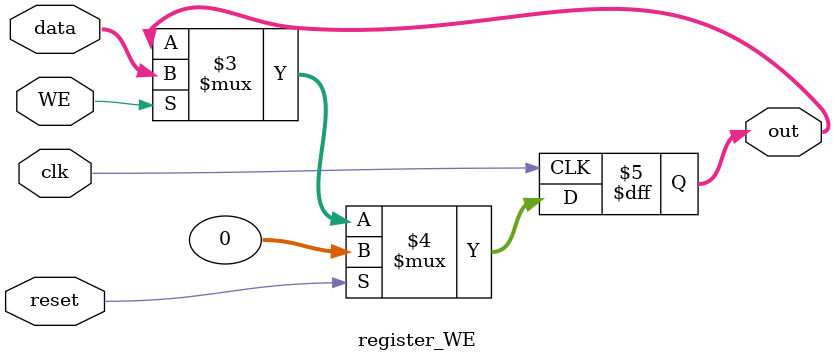
<source format=v>
module register_WE #(parameter W=32)(clk, reset, WE, data, out);
	input clk;
	input wire [(W-1):0] data;
	input wire reset, WE;
	output reg [(W-1):0] out;
	
	always @(posedge clk)
		out = (reset==1) ? 0 : WE ? data:out;
endmodule 
</source>
